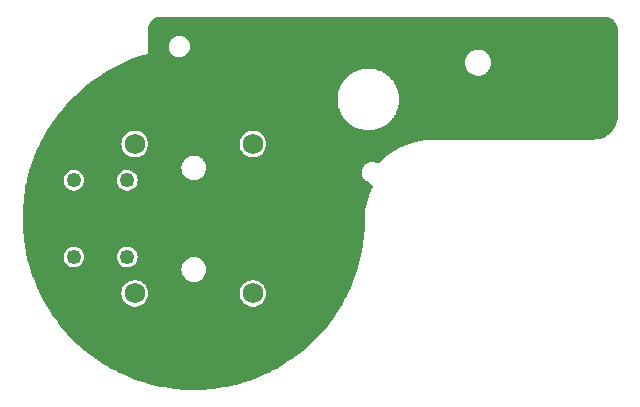
<source format=gbr>
%TF.GenerationSoftware,KiCad,Pcbnew,7.0.6*%
%TF.CreationDate,2023-11-08T16:20:13-08:00*%
%TF.ProjectId,UGC_SubStick,5547435f-5375-4625-9374-69636b2e6b69,rev?*%
%TF.SameCoordinates,Original*%
%TF.FileFunction,Copper,L1,Top*%
%TF.FilePolarity,Positive*%
%FSLAX46Y46*%
G04 Gerber Fmt 4.6, Leading zero omitted, Abs format (unit mm)*
G04 Created by KiCad (PCBNEW 7.0.6) date 2023-11-08 16:20:13*
%MOMM*%
%LPD*%
G01*
G04 APERTURE LIST*
%TA.AperFunction,ComponentPad*%
%ADD10C,1.750000*%
%TD*%
%TA.AperFunction,ComponentPad*%
%ADD11C,1.250000*%
%TD*%
G04 APERTURE END LIST*
D10*
%TO.P,SW1,*%
%TO.N,*%
X242220512Y-143488671D03*
X242220512Y-156138671D03*
X252220512Y-143488671D03*
X252220512Y-156138671D03*
D11*
%TO.P,SW1,S1,1*%
%TO.N,unconnected-(SW1-1-PadS1)*%
X241570512Y-146563671D03*
%TO.P,SW1,S2,2*%
%TO.N,unconnected-(SW1-2-PadS2)*%
X241570512Y-153063671D03*
%TO.P,SW1,S3,3*%
%TO.N,unconnected-(SW1-3-PadS3)*%
X237070512Y-146563671D03*
%TO.P,SW1,S4,4*%
%TO.N,unconnected-(SW1-4-PadS4)*%
X237070512Y-153063671D03*
%TD*%
%TA.AperFunction,NonConductor*%
G36*
X282045703Y-132707838D02*
G01*
X282051559Y-132708118D01*
X282094368Y-132712203D01*
X282232811Y-132726932D01*
X282252591Y-132730682D01*
X282323271Y-132750148D01*
X282428480Y-132782843D01*
X282436623Y-132786020D01*
X282512351Y-132821889D01*
X282515280Y-132823375D01*
X282605731Y-132872391D01*
X282611997Y-132876286D01*
X282682231Y-132926000D01*
X282685935Y-132928839D01*
X282763626Y-132993211D01*
X282768071Y-132997276D01*
X282829074Y-133058790D01*
X282833096Y-133063263D01*
X282892094Y-133135690D01*
X282896807Y-133141475D01*
X282899641Y-133145236D01*
X282948746Y-133215853D01*
X282952602Y-133222171D01*
X283000836Y-133312979D01*
X283002333Y-133315992D01*
X283037556Y-133391988D01*
X283040666Y-133400165D01*
X283072487Y-133505655D01*
X283091359Y-133576482D01*
X283094946Y-133596300D01*
X283108318Y-133732589D01*
X283112296Y-133778302D01*
X283112530Y-133783680D01*
X283112530Y-141111540D01*
X283112397Y-141115595D01*
X283109415Y-141161097D01*
X283107053Y-141197151D01*
X283099036Y-141309280D01*
X283094049Y-141379008D01*
X283093015Y-141386687D01*
X283069886Y-141502979D01*
X283038511Y-141647217D01*
X283036636Y-141653971D01*
X282996233Y-141773005D01*
X282946891Y-141905303D01*
X282944405Y-141911061D01*
X282887469Y-142026524D01*
X282820878Y-142148482D01*
X282818012Y-142153215D01*
X282746532Y-142260200D01*
X282744614Y-142262910D01*
X282662801Y-142372207D01*
X282659781Y-142375933D01*
X282574601Y-142473068D01*
X282571827Y-142476029D01*
X282475530Y-142572335D01*
X282472567Y-142575110D01*
X282375438Y-142660295D01*
X282371713Y-142663315D01*
X282262427Y-142745133D01*
X282259716Y-142747051D01*
X282152724Y-142818547D01*
X282147990Y-142821413D01*
X282026042Y-142888009D01*
X281910592Y-142944947D01*
X281904835Y-142947433D01*
X281772515Y-142996794D01*
X281653506Y-143037198D01*
X281646751Y-143039074D01*
X281502525Y-143070456D01*
X281386246Y-143093591D01*
X281378555Y-143094627D01*
X281190302Y-143108065D01*
X281115945Y-143112943D01*
X281111888Y-143113076D01*
X267672094Y-143113611D01*
X267672029Y-143113591D01*
X267376811Y-143113569D01*
X267376657Y-143113569D01*
X267376656Y-143113569D01*
X267376650Y-143113569D01*
X267062232Y-143136516D01*
X266999770Y-143139021D01*
X266990565Y-143141747D01*
X266889874Y-143149096D01*
X266889873Y-143149096D01*
X266889868Y-143149096D01*
X266889864Y-143149097D01*
X266727633Y-143172897D01*
X266502671Y-143205900D01*
X266483624Y-143208200D01*
X266481499Y-143209006D01*
X266437169Y-143215510D01*
X266406937Y-143219945D01*
X266406936Y-143219945D01*
X265978491Y-143315070D01*
X265930460Y-143325734D01*
X265930458Y-143325734D01*
X265930456Y-143325735D01*
X265693404Y-143396807D01*
X265462933Y-143465906D01*
X265462930Y-143465907D01*
X265462929Y-143465907D01*
X265006841Y-143639717D01*
X265006842Y-143639717D01*
X264564605Y-143846247D01*
X264564606Y-143846246D01*
X264138563Y-144084401D01*
X263730964Y-144352923D01*
X263730964Y-144352924D01*
X263671224Y-144398844D01*
X263669561Y-144399488D01*
X263654252Y-144411889D01*
X263489617Y-144538440D01*
X263343997Y-144650374D01*
X263268611Y-144717588D01*
X263261824Y-144720803D01*
X263214974Y-144765410D01*
X262979684Y-144975194D01*
X262882300Y-145075682D01*
X262821509Y-145110125D01*
X262751748Y-145106234D01*
X262744159Y-145103254D01*
X262676776Y-145074201D01*
X262670632Y-145069102D01*
X262655871Y-145064716D01*
X262648979Y-145062216D01*
X262578838Y-145031974D01*
X262578834Y-145031973D01*
X262504711Y-145016169D01*
X262496569Y-145011767D01*
X262480784Y-145010522D01*
X262472724Y-145009349D01*
X262408480Y-144995652D01*
X262325382Y-144994568D01*
X262315216Y-144991438D01*
X262303471Y-144992991D01*
X262285606Y-144994049D01*
X262234314Y-144993380D01*
X262234310Y-144993381D01*
X262145721Y-145009865D01*
X262133823Y-145008651D01*
X262122819Y-145012564D01*
X262103969Y-145017634D01*
X262063061Y-145025246D01*
X261973041Y-145061305D01*
X261959899Y-145062562D01*
X261950300Y-145068471D01*
X261931412Y-145077979D01*
X261901365Y-145090014D01*
X261897389Y-145092082D01*
X261889549Y-145095495D01*
X261883943Y-145097487D01*
X261864917Y-145113791D01*
X261814462Y-145146704D01*
X261800727Y-145150838D01*
X261793007Y-145158204D01*
X261775164Y-145172338D01*
X261755483Y-145185177D01*
X261750708Y-145189011D01*
X261750548Y-145188812D01*
X261734831Y-145201094D01*
X261734352Y-145201388D01*
X261719590Y-145220330D01*
X261676522Y-145262514D01*
X261662934Y-145269751D01*
X261657354Y-145277930D01*
X261641699Y-145296622D01*
X261631034Y-145307068D01*
X261631029Y-145307074D01*
X261627321Y-145312509D01*
X261610494Y-145332331D01*
X261609124Y-145333637D01*
X261598940Y-145354105D01*
X261564957Y-145403911D01*
X261552307Y-145414275D01*
X261548893Y-145422615D01*
X261536572Y-145445512D01*
X261532864Y-145450946D01*
X261532862Y-145450951D01*
X261527023Y-145464693D01*
X261515329Y-145486087D01*
X261513542Y-145488705D01*
X261507964Y-145509554D01*
X261484391Y-145565040D01*
X261473458Y-145578357D01*
X261472035Y-145586252D01*
X261466331Y-145605361D01*
X261466576Y-145605438D01*
X261464749Y-145611275D01*
X261459971Y-145634287D01*
X261453316Y-145656057D01*
X261451665Y-145660088D01*
X261450434Y-145680221D01*
X261438187Y-145739206D01*
X261429696Y-145755111D01*
X261430131Y-145768824D01*
X261429814Y-145777362D01*
X261429339Y-145781812D01*
X261429090Y-145814189D01*
X261427125Y-145835241D01*
X261426160Y-145840587D01*
X261428744Y-145859026D01*
X261428293Y-145917625D01*
X261427997Y-145955999D01*
X261427998Y-145956004D01*
X261435827Y-145996868D01*
X261437980Y-146016267D01*
X261438181Y-146022618D01*
X261443819Y-146038579D01*
X261460774Y-146127067D01*
X261460777Y-146127076D01*
X261480104Y-146174590D01*
X261485634Y-146191615D01*
X261487327Y-146198481D01*
X261495093Y-146211441D01*
X261526406Y-146288421D01*
X261526408Y-146288425D01*
X261562591Y-146343251D01*
X261566622Y-146350329D01*
X261571712Y-146360812D01*
X261580607Y-146370550D01*
X261622351Y-146433803D01*
X261676100Y-146488096D01*
X261680941Y-146493601D01*
X261688180Y-146502886D01*
X261697412Y-146509622D01*
X261736366Y-146548971D01*
X261744901Y-146557592D01*
X261744902Y-146557593D01*
X261791519Y-146589060D01*
X261791681Y-146589239D01*
X261814645Y-146604677D01*
X261814688Y-146604709D01*
X261817001Y-146606260D01*
X261817003Y-146606262D01*
X261817085Y-146606317D01*
X261817085Y-146606318D01*
X261817500Y-146606597D01*
X261818213Y-146607078D01*
X261823489Y-146611045D01*
X261835342Y-146620997D01*
X261846295Y-146626019D01*
X262025216Y-146746703D01*
X262332448Y-146953934D01*
X262377019Y-147007742D01*
X262385424Y-147077104D01*
X262372282Y-147115531D01*
X262326986Y-147199638D01*
X262326981Y-147199648D01*
X262317840Y-147219930D01*
X262200007Y-147481370D01*
X262179211Y-147524112D01*
X262177867Y-147530494D01*
X262155850Y-147579345D01*
X262155849Y-147579349D01*
X262155848Y-147579349D01*
X262011911Y-147970158D01*
X261895878Y-148370152D01*
X261850949Y-148579118D01*
X261808333Y-148777326D01*
X261749708Y-149189660D01*
X261749708Y-149189665D01*
X261745922Y-149243124D01*
X261744143Y-149247903D01*
X261742122Y-149296800D01*
X261720295Y-149605101D01*
X261720295Y-149605102D01*
X261720273Y-149812846D01*
X261720055Y-149813587D01*
X261720232Y-149814942D01*
X261719442Y-149845522D01*
X261719227Y-149850719D01*
X261719299Y-149851096D01*
X261701011Y-150560017D01*
X261700846Y-150563214D01*
X261643201Y-151306317D01*
X261642871Y-151309501D01*
X261560808Y-151941869D01*
X261546355Y-152051928D01*
X261545874Y-152054997D01*
X261444086Y-152612224D01*
X261410767Y-152792457D01*
X261410134Y-152795461D01*
X261289001Y-153307486D01*
X261236919Y-153524968D01*
X261236142Y-153527898D01*
X261095961Y-154008267D01*
X261025300Y-154247429D01*
X261024383Y-154250279D01*
X260865394Y-154706156D01*
X260776461Y-154957954D01*
X260775411Y-154960718D01*
X260597967Y-155395863D01*
X260491090Y-155654581D01*
X260489912Y-155657251D01*
X260294412Y-156073792D01*
X260169949Y-156335451D01*
X260168651Y-156338022D01*
X259955580Y-156737057D01*
X259813903Y-156998736D01*
X259812492Y-157001204D01*
X259582350Y-157383334D01*
X259423923Y-157642629D01*
X259422407Y-157644989D01*
X259175723Y-158010478D01*
X259000266Y-158266559D01*
X258736780Y-158616529D01*
X258545601Y-158866488D01*
X258266767Y-159199574D01*
X258060403Y-159442022D01*
X257766864Y-159758000D01*
X257546025Y-159991562D01*
X257238473Y-160290124D01*
X257003798Y-160513686D01*
X256683044Y-160794407D01*
X256435222Y-161006950D01*
X256102031Y-161269466D01*
X255841814Y-161470040D01*
X255497036Y-161713938D01*
X255225174Y-161901708D01*
X254869631Y-162126625D01*
X254586995Y-162300771D01*
X254221519Y-162506365D01*
X253928961Y-162666178D01*
X253554517Y-162852065D01*
X253252853Y-162996943D01*
X252870400Y-163162788D01*
X252560493Y-163292172D01*
X252170967Y-163437694D01*
X251853765Y-163551065D01*
X251458171Y-163676000D01*
X251134539Y-163772936D01*
X250733867Y-163877071D01*
X250404811Y-163957173D01*
X250000008Y-164040345D01*
X249666501Y-164103292D01*
X249258656Y-164165356D01*
X248921603Y-164210900D01*
X248511719Y-164251772D01*
X248172156Y-164279704D01*
X247761255Y-164299342D01*
X247420145Y-164309524D01*
X247009295Y-164307932D01*
X246667605Y-164300277D01*
X246257844Y-164277511D01*
X245916591Y-164251995D01*
X245914517Y-164251772D01*
X245768984Y-164236121D01*
X245508948Y-164208156D01*
X245169087Y-164164804D01*
X244764584Y-164100040D01*
X244427163Y-164038950D01*
X244026826Y-163953459D01*
X243692734Y-163874759D01*
X243297640Y-163768801D01*
X242967847Y-163672687D01*
X242578967Y-163546551D01*
X242254446Y-163433281D01*
X241872769Y-163287313D01*
X241554427Y-163157180D01*
X241180949Y-162991778D01*
X240869691Y-162845133D01*
X240505390Y-162660751D01*
X240202072Y-162497978D01*
X239847859Y-162295090D01*
X239553422Y-162116684D01*
X239210161Y-161895795D01*
X238925423Y-161702246D01*
X238594047Y-161463956D01*
X238484462Y-161380781D01*
X238319785Y-161255790D01*
X238001138Y-161000710D01*
X237738132Y-160778518D01*
X237433060Y-160507321D01*
X237182047Y-160271732D01*
X237051598Y-160143119D01*
X236891325Y-159985100D01*
X236653012Y-159736785D01*
X236478339Y-159545815D01*
X236377424Y-159435485D01*
X236152459Y-159175130D01*
X235892705Y-158859910D01*
X235703670Y-158616529D01*
X235681743Y-158588297D01*
X235438502Y-158259955D01*
X235413922Y-158224647D01*
X235242124Y-157977864D01*
X235016013Y-157637197D01*
X234834762Y-157345444D01*
X234626443Y-156993411D01*
X234460772Y-156692775D01*
X234270776Y-156330228D01*
X234177906Y-156138671D01*
X241090190Y-156138671D01*
X241109435Y-156346362D01*
X241166519Y-156546993D01*
X241239110Y-156692775D01*
X241259493Y-156733709D01*
X241385194Y-156900164D01*
X241539341Y-157040687D01*
X241716684Y-157150494D01*
X241911185Y-157225844D01*
X242116219Y-157264171D01*
X242116222Y-157264171D01*
X242324802Y-157264171D01*
X242324805Y-157264171D01*
X242529839Y-157225844D01*
X242724340Y-157150494D01*
X242901683Y-157040687D01*
X243055830Y-156900164D01*
X243181531Y-156733709D01*
X243274506Y-156546990D01*
X243331588Y-156346367D01*
X243350834Y-156138671D01*
X251090190Y-156138671D01*
X251109435Y-156346362D01*
X251166519Y-156546993D01*
X251239110Y-156692775D01*
X251259493Y-156733709D01*
X251385194Y-156900164D01*
X251539341Y-157040687D01*
X251716684Y-157150494D01*
X251911185Y-157225844D01*
X252116219Y-157264171D01*
X252116222Y-157264171D01*
X252324802Y-157264171D01*
X252324805Y-157264171D01*
X252529839Y-157225844D01*
X252724340Y-157150494D01*
X252901683Y-157040687D01*
X253055830Y-156900164D01*
X253181531Y-156733709D01*
X253274506Y-156546990D01*
X253331588Y-156346367D01*
X253350834Y-156138671D01*
X253331588Y-155930975D01*
X253274506Y-155730352D01*
X253181531Y-155543633D01*
X253055830Y-155377178D01*
X253008235Y-155333790D01*
X252901684Y-155236656D01*
X252901683Y-155236655D01*
X252724340Y-155126848D01*
X252724339Y-155126847D01*
X252582121Y-155071752D01*
X252529839Y-155051498D01*
X252324805Y-155013171D01*
X252116219Y-155013171D01*
X251911185Y-155051498D01*
X251911182Y-155051498D01*
X251911182Y-155051499D01*
X251716684Y-155126847D01*
X251716683Y-155126848D01*
X251539339Y-155236656D01*
X251385195Y-155377176D01*
X251259493Y-155543632D01*
X251166519Y-155730348D01*
X251109435Y-155930979D01*
X251090190Y-156138670D01*
X251090190Y-156138671D01*
X243350834Y-156138671D01*
X243331588Y-155930975D01*
X243274506Y-155730352D01*
X243181531Y-155543633D01*
X243055830Y-155377178D01*
X243008235Y-155333790D01*
X242901684Y-155236656D01*
X242901683Y-155236655D01*
X242724340Y-155126848D01*
X242724339Y-155126847D01*
X242582121Y-155071752D01*
X242529839Y-155051498D01*
X242324805Y-155013171D01*
X242116219Y-155013171D01*
X241911185Y-155051498D01*
X241911182Y-155051498D01*
X241911182Y-155051499D01*
X241716684Y-155126847D01*
X241716683Y-155126848D01*
X241539339Y-155236656D01*
X241385195Y-155377176D01*
X241259493Y-155543632D01*
X241166519Y-155730348D01*
X241109435Y-155930979D01*
X241090190Y-156138670D01*
X241090190Y-156138671D01*
X234177906Y-156138671D01*
X234121160Y-156021624D01*
X234100528Y-155976765D01*
X233949989Y-155649457D01*
X233816829Y-155333790D01*
X233664962Y-154952954D01*
X233548605Y-154631153D01*
X233416462Y-154242601D01*
X233377324Y-154113670D01*
X246164929Y-154113670D01*
X246185211Y-154319603D01*
X246185212Y-154319605D01*
X246245280Y-154517625D01*
X246342827Y-154700121D01*
X246342829Y-154700123D01*
X246474101Y-154860081D01*
X246570721Y-154939373D01*
X246634062Y-154991356D01*
X246816558Y-155088903D01*
X247014578Y-155148971D01*
X247014577Y-155148971D01*
X247053159Y-155152771D01*
X247168904Y-155164171D01*
X247168907Y-155164171D01*
X247272117Y-155164171D01*
X247272120Y-155164171D01*
X247426446Y-155148971D01*
X247624466Y-155088903D01*
X247806962Y-154991356D01*
X247966922Y-154860081D01*
X248098197Y-154700121D01*
X248195744Y-154517625D01*
X248255812Y-154319605D01*
X248276095Y-154113671D01*
X248255812Y-153907737D01*
X248195744Y-153709717D01*
X248098197Y-153527221D01*
X248046214Y-153463880D01*
X247966922Y-153367260D01*
X247849189Y-153270640D01*
X247806962Y-153235986D01*
X247624466Y-153138439D01*
X247426446Y-153078371D01*
X247426444Y-153078370D01*
X247426446Y-153078370D01*
X247307317Y-153066637D01*
X247272120Y-153063171D01*
X247168904Y-153063171D01*
X247130810Y-153066922D01*
X247014579Y-153078370D01*
X246816555Y-153138440D01*
X246722007Y-153188978D01*
X246634062Y-153235986D01*
X246634060Y-153235987D01*
X246634059Y-153235988D01*
X246474101Y-153367260D01*
X246342829Y-153527218D01*
X246342827Y-153527221D01*
X246314023Y-153581109D01*
X246245281Y-153709714D01*
X246185211Y-153907738D01*
X246164929Y-154113670D01*
X233377324Y-154113670D01*
X233324353Y-153939171D01*
X233317196Y-153915595D01*
X233205143Y-153520255D01*
X233123223Y-153189061D01*
X233094582Y-153063671D01*
X236190190Y-153063671D01*
X236209427Y-153246700D01*
X236209428Y-153246703D01*
X236266295Y-153421724D01*
X236266298Y-153421730D01*
X236358317Y-153581111D01*
X236467838Y-153702748D01*
X236481461Y-153717877D01*
X236481463Y-153717879D01*
X236630346Y-153826049D01*
X236630347Y-153826049D01*
X236630351Y-153826052D01*
X236745328Y-153877243D01*
X236798473Y-153900905D01*
X236798478Y-153900907D01*
X236978493Y-153939171D01*
X237162531Y-153939171D01*
X237342546Y-153900907D01*
X237510673Y-153826052D01*
X237659562Y-153717878D01*
X237782707Y-153581111D01*
X237874726Y-153421730D01*
X237931597Y-153246700D01*
X237950834Y-153063671D01*
X240690190Y-153063671D01*
X240709427Y-153246700D01*
X240709428Y-153246703D01*
X240766295Y-153421724D01*
X240766298Y-153421730D01*
X240858317Y-153581111D01*
X240967838Y-153702748D01*
X240981461Y-153717877D01*
X240981463Y-153717879D01*
X241130346Y-153826049D01*
X241130347Y-153826049D01*
X241130351Y-153826052D01*
X241245328Y-153877243D01*
X241298473Y-153900905D01*
X241298478Y-153900907D01*
X241478493Y-153939171D01*
X241662531Y-153939171D01*
X241842546Y-153900907D01*
X242010673Y-153826052D01*
X242159562Y-153717878D01*
X242282707Y-153581111D01*
X242374726Y-153421730D01*
X242431597Y-153246700D01*
X242450834Y-153063671D01*
X242431597Y-152880642D01*
X242374726Y-152705612D01*
X242282707Y-152546231D01*
X242159562Y-152409464D01*
X242159560Y-152409462D01*
X242010677Y-152301292D01*
X242010674Y-152301290D01*
X242010673Y-152301290D01*
X241949624Y-152274109D01*
X241842550Y-152226436D01*
X241842545Y-152226434D01*
X241662531Y-152188171D01*
X241478493Y-152188171D01*
X241298478Y-152226434D01*
X241298473Y-152226436D01*
X241130351Y-152301290D01*
X241130346Y-152301292D01*
X240981463Y-152409462D01*
X240981461Y-152409464D01*
X240858316Y-152546232D01*
X240766298Y-152705611D01*
X240766295Y-152705617D01*
X240709428Y-152880638D01*
X240709427Y-152880642D01*
X240693143Y-153035573D01*
X240690243Y-153063171D01*
X240690190Y-153063671D01*
X237950834Y-153063671D01*
X237931597Y-152880642D01*
X237874726Y-152705612D01*
X237782707Y-152546231D01*
X237659562Y-152409464D01*
X237659560Y-152409462D01*
X237510677Y-152301292D01*
X237510674Y-152301290D01*
X237510673Y-152301290D01*
X237449624Y-152274109D01*
X237342550Y-152226436D01*
X237342545Y-152226434D01*
X237162531Y-152188171D01*
X236978493Y-152188171D01*
X236798478Y-152226434D01*
X236798473Y-152226436D01*
X236630351Y-152301290D01*
X236630346Y-152301292D01*
X236481463Y-152409462D01*
X236481461Y-152409464D01*
X236358316Y-152546232D01*
X236266298Y-152705611D01*
X236266295Y-152705617D01*
X236209428Y-152880638D01*
X236209427Y-152880642D01*
X236193143Y-153035573D01*
X236190243Y-153063171D01*
X236190190Y-153063671D01*
X233094582Y-153063671D01*
X233031604Y-152787952D01*
X232967182Y-152453413D01*
X232940610Y-152301292D01*
X232896297Y-152047613D01*
X232881611Y-151941869D01*
X232849514Y-151710778D01*
X232799588Y-151301217D01*
X232770517Y-150963101D01*
X232741746Y-150550837D01*
X232730392Y-150212356D01*
X232727921Y-150075435D01*
X232722922Y-149798427D01*
X232729239Y-149460704D01*
X232743170Y-149046057D01*
X232767051Y-148709989D01*
X232796081Y-148370151D01*
X232802437Y-148295730D01*
X232843693Y-147962489D01*
X232900567Y-147549478D01*
X232958974Y-147219930D01*
X232959365Y-147217879D01*
X233037289Y-146809335D01*
X233051799Y-146746703D01*
X233094200Y-146563671D01*
X236190190Y-146563671D01*
X236209427Y-146746700D01*
X236209428Y-146746703D01*
X236266295Y-146921724D01*
X236266298Y-146921730D01*
X236358317Y-147081111D01*
X236371682Y-147095954D01*
X236481461Y-147217877D01*
X236481463Y-147217879D01*
X236630346Y-147326049D01*
X236630347Y-147326049D01*
X236630351Y-147326052D01*
X236767465Y-147387099D01*
X236798473Y-147400905D01*
X236798478Y-147400907D01*
X236978493Y-147439171D01*
X237162531Y-147439171D01*
X237342546Y-147400907D01*
X237510673Y-147326052D01*
X237659562Y-147217878D01*
X237782707Y-147081111D01*
X237874726Y-146921730D01*
X237931597Y-146746700D01*
X237950834Y-146563671D01*
X240690190Y-146563671D01*
X240709427Y-146746700D01*
X240709428Y-146746703D01*
X240766295Y-146921724D01*
X240766298Y-146921730D01*
X240858317Y-147081111D01*
X240871682Y-147095954D01*
X240981461Y-147217877D01*
X240981463Y-147217879D01*
X241130346Y-147326049D01*
X241130347Y-147326049D01*
X241130351Y-147326052D01*
X241267465Y-147387099D01*
X241298473Y-147400905D01*
X241298478Y-147400907D01*
X241478493Y-147439171D01*
X241662531Y-147439171D01*
X241842546Y-147400907D01*
X242010673Y-147326052D01*
X242159562Y-147217878D01*
X242282707Y-147081111D01*
X242374726Y-146921730D01*
X242431597Y-146746700D01*
X242450834Y-146563671D01*
X242431597Y-146380642D01*
X242374726Y-146205612D01*
X242282707Y-146046231D01*
X242159562Y-145909464D01*
X242159560Y-145909462D01*
X242010677Y-145801292D01*
X242010674Y-145801290D01*
X242010673Y-145801290D01*
X241937753Y-145768824D01*
X241842550Y-145726436D01*
X241842545Y-145726434D01*
X241662531Y-145688171D01*
X241478493Y-145688171D01*
X241298478Y-145726434D01*
X241298473Y-145726436D01*
X241130351Y-145801290D01*
X241130346Y-145801292D01*
X240981463Y-145909462D01*
X240981461Y-145909464D01*
X240858316Y-146046232D01*
X240766298Y-146205611D01*
X240766295Y-146205617D01*
X240712706Y-146370550D01*
X240709427Y-146380642D01*
X240690190Y-146563671D01*
X237950834Y-146563671D01*
X237931597Y-146380642D01*
X237874726Y-146205612D01*
X237782707Y-146046231D01*
X237659562Y-145909464D01*
X237659560Y-145909462D01*
X237510677Y-145801292D01*
X237510674Y-145801290D01*
X237510673Y-145801290D01*
X237437753Y-145768824D01*
X237342550Y-145726436D01*
X237342545Y-145726434D01*
X237162531Y-145688171D01*
X236978493Y-145688171D01*
X236798478Y-145726434D01*
X236798473Y-145726436D01*
X236630351Y-145801290D01*
X236630346Y-145801292D01*
X236481463Y-145909462D01*
X236481461Y-145909464D01*
X236358316Y-146046232D01*
X236266298Y-146205611D01*
X236266295Y-146205617D01*
X236212706Y-146370550D01*
X236209427Y-146380642D01*
X236190190Y-146563671D01*
X233094200Y-146563671D01*
X233112530Y-146484548D01*
X233212249Y-146077240D01*
X233303933Y-145758263D01*
X233377384Y-145513670D01*
X246164929Y-145513670D01*
X246185211Y-145719603D01*
X246187284Y-145726436D01*
X246245280Y-145917625D01*
X246342827Y-146100121D01*
X246342829Y-146100123D01*
X246474101Y-146260081D01*
X246508639Y-146288425D01*
X246634062Y-146391356D01*
X246816558Y-146488903D01*
X247014578Y-146548971D01*
X247014577Y-146548971D01*
X247053159Y-146552771D01*
X247168904Y-146564171D01*
X247168907Y-146564171D01*
X247272117Y-146564171D01*
X247272120Y-146564171D01*
X247426446Y-146548971D01*
X247624466Y-146488903D01*
X247806962Y-146391356D01*
X247966922Y-146260081D01*
X248098197Y-146100121D01*
X248195744Y-145917625D01*
X248255812Y-145719605D01*
X248276095Y-145513671D01*
X248255812Y-145307737D01*
X248195744Y-145109717D01*
X248098197Y-144927221D01*
X248004912Y-144813552D01*
X247966922Y-144767260D01*
X247806964Y-144635988D01*
X247806965Y-144635988D01*
X247806962Y-144635986D01*
X247624466Y-144538439D01*
X247426446Y-144478371D01*
X247426444Y-144478370D01*
X247426446Y-144478370D01*
X247307317Y-144466637D01*
X247272120Y-144463171D01*
X247168904Y-144463171D01*
X247130810Y-144466922D01*
X247014579Y-144478370D01*
X246816555Y-144538440D01*
X246706409Y-144597314D01*
X246634062Y-144635986D01*
X246634060Y-144635987D01*
X246634059Y-144635988D01*
X246474101Y-144767260D01*
X246342829Y-144927218D01*
X246245281Y-145109714D01*
X246185211Y-145307738D01*
X246164929Y-145513670D01*
X233377384Y-145513670D01*
X233424962Y-145355236D01*
X233532683Y-145042912D01*
X233536594Y-145031975D01*
X233674863Y-144645230D01*
X233687426Y-144614171D01*
X233798053Y-144340665D01*
X233961287Y-143949122D01*
X234099312Y-143653332D01*
X234178167Y-143488671D01*
X241090190Y-143488671D01*
X241109435Y-143696362D01*
X241109435Y-143696364D01*
X241109436Y-143696367D01*
X241152081Y-143846248D01*
X241166519Y-143896993D01*
X241200992Y-143966224D01*
X241259493Y-144083709D01*
X241385194Y-144250164D01*
X241539341Y-144390687D01*
X241716684Y-144500494D01*
X241911185Y-144575844D01*
X242116219Y-144614171D01*
X242116222Y-144614171D01*
X242324802Y-144614171D01*
X242324805Y-144614171D01*
X242529839Y-144575844D01*
X242724340Y-144500494D01*
X242901683Y-144390687D01*
X243055830Y-144250164D01*
X243181531Y-144083709D01*
X243274506Y-143896990D01*
X243331588Y-143696367D01*
X243350834Y-143488671D01*
X251090190Y-143488671D01*
X251109435Y-143696362D01*
X251109435Y-143696364D01*
X251109436Y-143696367D01*
X251152081Y-143846248D01*
X251166519Y-143896993D01*
X251200992Y-143966224D01*
X251259493Y-144083709D01*
X251385194Y-144250164D01*
X251539341Y-144390687D01*
X251716684Y-144500494D01*
X251911185Y-144575844D01*
X252116219Y-144614171D01*
X252116222Y-144614171D01*
X252324802Y-144614171D01*
X252324805Y-144614171D01*
X252529839Y-144575844D01*
X252724340Y-144500494D01*
X252901683Y-144390687D01*
X253055830Y-144250164D01*
X253181531Y-144083709D01*
X253274506Y-143896990D01*
X253331588Y-143696367D01*
X253350834Y-143488671D01*
X253348724Y-143465906D01*
X253342321Y-143396807D01*
X253331588Y-143280975D01*
X253274506Y-143080352D01*
X253181531Y-142893633D01*
X253055830Y-142727178D01*
X252901683Y-142586655D01*
X252724340Y-142476848D01*
X252724339Y-142476847D01*
X252582121Y-142421752D01*
X252529839Y-142401498D01*
X252324805Y-142363171D01*
X252116219Y-142363171D01*
X251911185Y-142401498D01*
X251911182Y-142401498D01*
X251911182Y-142401499D01*
X251716684Y-142476847D01*
X251716683Y-142476848D01*
X251539339Y-142586656D01*
X251385195Y-142727176D01*
X251259493Y-142893632D01*
X251166519Y-143080348D01*
X251157061Y-143113591D01*
X251126801Y-143219945D01*
X251109435Y-143280979D01*
X251090190Y-143488670D01*
X251090190Y-143488671D01*
X243350834Y-143488671D01*
X243348724Y-143465906D01*
X243342321Y-143396807D01*
X243331588Y-143280975D01*
X243274506Y-143080352D01*
X243181531Y-142893633D01*
X243055830Y-142727178D01*
X242901683Y-142586655D01*
X242724340Y-142476848D01*
X242724339Y-142476847D01*
X242582121Y-142421752D01*
X242529839Y-142401498D01*
X242324805Y-142363171D01*
X242116219Y-142363171D01*
X241911185Y-142401498D01*
X241911182Y-142401498D01*
X241911182Y-142401499D01*
X241716684Y-142476847D01*
X241716683Y-142476848D01*
X241539339Y-142586656D01*
X241385195Y-142727176D01*
X241259493Y-142893632D01*
X241166519Y-143080348D01*
X241157061Y-143113591D01*
X241126801Y-143219945D01*
X241109435Y-143280979D01*
X241090190Y-143488670D01*
X241090190Y-143488671D01*
X234178167Y-143488671D01*
X234283448Y-143268828D01*
X234435613Y-142982745D01*
X234640489Y-142606155D01*
X234806013Y-142330688D01*
X235031434Y-141962916D01*
X235209369Y-141699057D01*
X235455262Y-141340795D01*
X235644504Y-141089544D01*
X235910799Y-140741521D01*
X236110173Y-140503748D01*
X236395947Y-140167729D01*
X236397738Y-140165718D01*
X236604806Y-139943452D01*
X236826661Y-139708340D01*
X259384678Y-139708340D01*
X259403672Y-140022363D01*
X259403672Y-140022368D01*
X259403673Y-140022369D01*
X259460382Y-140331818D01*
X259460383Y-140331822D01*
X259460384Y-140331826D01*
X259553970Y-140632156D01*
X259553974Y-140632167D01*
X259553975Y-140632170D01*
X259553977Y-140632175D01*
X259683094Y-140919061D01*
X259845848Y-141188288D01*
X259845855Y-141188300D01*
X260039873Y-141435945D01*
X260262325Y-141658397D01*
X260509970Y-141852415D01*
X260509975Y-141852418D01*
X260509979Y-141852421D01*
X260779210Y-142015177D01*
X261066096Y-142144294D01*
X261066103Y-142144296D01*
X261066107Y-142144298D01*
X261084761Y-142150110D01*
X261120038Y-142161103D01*
X261125748Y-142163195D01*
X261159350Y-142177419D01*
X261179810Y-142179728D01*
X261366453Y-142237889D01*
X261366458Y-142237890D01*
X261366456Y-142237890D01*
X261390999Y-142242387D01*
X261425882Y-142248779D01*
X261431661Y-142250128D01*
X261433176Y-142250559D01*
X261433181Y-142250559D01*
X261435052Y-142251092D01*
X261435144Y-142251116D01*
X261466360Y-142259996D01*
X261486109Y-142259817D01*
X261675902Y-142294598D01*
X261740144Y-142298483D01*
X261745907Y-142299104D01*
X261781033Y-142304557D01*
X261799815Y-142302093D01*
X261989931Y-142313593D01*
X262058166Y-142309465D01*
X262063796Y-142309383D01*
X262098761Y-142310461D01*
X262116295Y-142305949D01*
X262303960Y-142294598D01*
X262375162Y-142281549D01*
X262380583Y-142280802D01*
X262389128Y-142280011D01*
X262389136Y-142280009D01*
X262414805Y-142277631D01*
X262430867Y-142271341D01*
X262579714Y-142244063D01*
X262613405Y-142237890D01*
X262613407Y-142237889D01*
X262613409Y-142237889D01*
X262686397Y-142215145D01*
X262691549Y-142213780D01*
X262702131Y-142211463D01*
X262702137Y-142211460D01*
X262724423Y-142206580D01*
X262738840Y-142198803D01*
X262913766Y-142144294D01*
X262987288Y-142111204D01*
X262992054Y-142109297D01*
X263004337Y-142104969D01*
X263004341Y-142104966D01*
X263005774Y-142104462D01*
X263005799Y-142104453D01*
X263021152Y-142099042D01*
X263031360Y-142091513D01*
X263034380Y-142090010D01*
X263200652Y-142015177D01*
X263273205Y-141971316D01*
X263277593Y-141968904D01*
X263291166Y-141962146D01*
X263291167Y-141962144D01*
X263291756Y-141961852D01*
X263291793Y-141961832D01*
X263304878Y-141955316D01*
X263312808Y-141947804D01*
X263320170Y-141942925D01*
X263469883Y-141852421D01*
X263539967Y-141797513D01*
X263543880Y-141794691D01*
X263558270Y-141785156D01*
X263558278Y-141785148D01*
X263568925Y-141778094D01*
X263574750Y-141771036D01*
X263585291Y-141762004D01*
X263717533Y-141658400D01*
X263783523Y-141592409D01*
X263786987Y-141589203D01*
X263801599Y-141576685D01*
X263801601Y-141576681D01*
X263804493Y-141574205D01*
X263804504Y-141574194D01*
X263809361Y-141570032D01*
X263813306Y-141563842D01*
X263824923Y-141551098D01*
X263826811Y-141549121D01*
X263939991Y-141435942D01*
X264000238Y-141359041D01*
X264003195Y-141355544D01*
X264017465Y-141339891D01*
X264017467Y-141339887D01*
X264017726Y-141339604D01*
X264017739Y-141339589D01*
X264022607Y-141334249D01*
X264024972Y-141329285D01*
X264033224Y-141317627D01*
X264033227Y-141317626D01*
X264035583Y-141314296D01*
X264037430Y-141311685D01*
X264039180Y-141309335D01*
X264134012Y-141188292D01*
X264186865Y-141100861D01*
X264189281Y-141097173D01*
X264202596Y-141078364D01*
X264202599Y-141078357D01*
X264202973Y-141077830D01*
X264202999Y-141077791D01*
X264205488Y-141074274D01*
X264206632Y-141070846D01*
X264218821Y-141048148D01*
X264220315Y-141045528D01*
X264296768Y-140919061D01*
X264340563Y-140821750D01*
X264342448Y-140817924D01*
X264354185Y-140796069D01*
X264354189Y-140796058D01*
X264355290Y-140794007D01*
X264355626Y-140792349D01*
X264356398Y-140790356D01*
X264366356Y-140764651D01*
X264367591Y-140761697D01*
X264425885Y-140632175D01*
X264459014Y-140525857D01*
X264460371Y-140521970D01*
X264469934Y-140497286D01*
X264472442Y-140487312D01*
X264472444Y-140487309D01*
X264477958Y-140465383D01*
X264478873Y-140462128D01*
X264519480Y-140331818D01*
X264540412Y-140217593D01*
X264541253Y-140213718D01*
X264548089Y-140186543D01*
X264552012Y-140154860D01*
X264552546Y-140151382D01*
X264576189Y-140022369D01*
X264583492Y-139901621D01*
X264583849Y-139897752D01*
X264587464Y-139868557D01*
X264587465Y-139868550D01*
X264588117Y-139826176D01*
X264588219Y-139823471D01*
X264595184Y-139708340D01*
X264588220Y-139593211D01*
X264588117Y-139590500D01*
X264587465Y-139548130D01*
X264583849Y-139518926D01*
X264583492Y-139515048D01*
X264576189Y-139394317D01*
X264576189Y-139394316D01*
X264576189Y-139394311D01*
X264552550Y-139265320D01*
X264552006Y-139261769D01*
X264551880Y-139260753D01*
X264548089Y-139230137D01*
X264541249Y-139202942D01*
X264540414Y-139199098D01*
X264521449Y-139095604D01*
X264519481Y-139084866D01*
X264516836Y-139076377D01*
X264478877Y-138954564D01*
X264477957Y-138951293D01*
X264472445Y-138929375D01*
X264472443Y-138929368D01*
X264469935Y-138919397D01*
X264460386Y-138894748D01*
X264459006Y-138890795D01*
X264425889Y-138784516D01*
X264425883Y-138784501D01*
X264367614Y-138655033D01*
X264366347Y-138652006D01*
X264355624Y-138624327D01*
X264355521Y-138623098D01*
X264342458Y-138598771D01*
X264340553Y-138594906D01*
X264296768Y-138497619D01*
X264220343Y-138371196D01*
X264218793Y-138368480D01*
X264206634Y-138345836D01*
X264206092Y-138343256D01*
X264203659Y-138339819D01*
X264203634Y-138339782D01*
X264189301Y-138319534D01*
X264186846Y-138315786D01*
X264186278Y-138314847D01*
X264134012Y-138228388D01*
X264039215Y-138107388D01*
X264037415Y-138104971D01*
X264033218Y-138099041D01*
X264024976Y-138087399D01*
X264023672Y-138083598D01*
X264003204Y-138061145D01*
X264000228Y-138057625D01*
X263939991Y-137980738D01*
X263826862Y-137867609D01*
X263824895Y-137865550D01*
X263813308Y-137852839D01*
X263810953Y-137848008D01*
X263786996Y-137827483D01*
X263783504Y-137824251D01*
X263717533Y-137758280D01*
X263646062Y-137702286D01*
X263585304Y-137654685D01*
X263574751Y-137645644D01*
X263571089Y-137640016D01*
X263543904Y-137622003D01*
X263539926Y-137619134D01*
X263469883Y-137564259D01*
X263355318Y-137495002D01*
X263320195Y-137473769D01*
X263317838Y-137472208D01*
X263312804Y-137468872D01*
X263307634Y-137462733D01*
X263277611Y-137447784D01*
X263273169Y-137445341D01*
X263200657Y-137401506D01*
X263200656Y-137401505D01*
X263200652Y-137401503D01*
X263200641Y-137401498D01*
X263200633Y-137401494D01*
X263034354Y-137326657D01*
X263032870Y-137325919D01*
X263031253Y-137325112D01*
X263024452Y-137318797D01*
X262992058Y-137307383D01*
X262987240Y-137305454D01*
X262942231Y-137285197D01*
X262913770Y-137272387D01*
X262913752Y-137272381D01*
X262738839Y-137217875D01*
X262728508Y-137210992D01*
X262697777Y-137204262D01*
X262691570Y-137202903D01*
X262686387Y-137201531D01*
X262613404Y-137178789D01*
X262430866Y-137145338D01*
X262419192Y-137139454D01*
X262380610Y-137135879D01*
X262375153Y-137135128D01*
X262303955Y-137122081D01*
X262303959Y-137122081D01*
X262116292Y-137110730D01*
X262103380Y-137106074D01*
X262063791Y-137107295D01*
X262058136Y-137107212D01*
X261989932Y-137103087D01*
X261989931Y-137103087D01*
X261950191Y-137105490D01*
X261799807Y-137114587D01*
X261785808Y-137111380D01*
X261745910Y-137117573D01*
X261740142Y-137118194D01*
X261692098Y-137121102D01*
X261675902Y-137122082D01*
X261606670Y-137134769D01*
X261486096Y-137156865D01*
X261471201Y-137155305D01*
X261434394Y-137165776D01*
X261434342Y-137165788D01*
X261431634Y-137166558D01*
X261425870Y-137167901D01*
X261366457Y-137178790D01*
X261366454Y-137178790D01*
X261366453Y-137178791D01*
X261348527Y-137184377D01*
X261179754Y-137236968D01*
X261164153Y-137237224D01*
X261125749Y-137253481D01*
X261120025Y-137255579D01*
X261066097Y-137272385D01*
X260779214Y-137401501D01*
X260779212Y-137401502D01*
X260509970Y-137564264D01*
X260262325Y-137758282D01*
X260039873Y-137980734D01*
X259845855Y-138228379D01*
X259683093Y-138497621D01*
X259683092Y-138497623D01*
X259553974Y-138784512D01*
X259553970Y-138784523D01*
X259460384Y-139084853D01*
X259460382Y-139084859D01*
X259460382Y-139084862D01*
X259438743Y-139202942D01*
X259403672Y-139394316D01*
X259384678Y-139708340D01*
X236826661Y-139708340D01*
X236911080Y-139618876D01*
X236913028Y-139616905D01*
X237126942Y-139410082D01*
X237454031Y-139097470D01*
X237456076Y-139095604D01*
X237674620Y-138905349D01*
X238023307Y-138604948D01*
X238025481Y-138603163D01*
X238246009Y-138430567D01*
X238617389Y-138142627D01*
X238619685Y-138140933D01*
X238838315Y-137987530D01*
X239234623Y-137711790D01*
X239237089Y-137710159D01*
X239448447Y-137577766D01*
X239873495Y-137313496D01*
X239876009Y-137312016D01*
X240071688Y-137203239D01*
X240532124Y-136948929D01*
X240534757Y-136947559D01*
X240699575Y-136866898D01*
X241208771Y-136619044D01*
X241211544Y-136617779D01*
X241250444Y-136601200D01*
X270166785Y-136601200D01*
X270185602Y-136804282D01*
X270241417Y-137000447D01*
X270241422Y-137000460D01*
X270332327Y-137183021D01*
X270455237Y-137345781D01*
X270605958Y-137483180D01*
X270605960Y-137483182D01*
X270732148Y-137561313D01*
X270779363Y-137590548D01*
X270810863Y-137602751D01*
X270813927Y-137604044D01*
X270814002Y-137604070D01*
X270814004Y-137604071D01*
X270815021Y-137604423D01*
X270816499Y-137604935D01*
X270860558Y-137622003D01*
X270969544Y-137664224D01*
X271002395Y-137670365D01*
X271005608Y-137671054D01*
X271012070Y-137672622D01*
X271012075Y-137672624D01*
X271012079Y-137672624D01*
X271012081Y-137672625D01*
X271022493Y-137674122D01*
X271049696Y-137679207D01*
X271170024Y-137701700D01*
X271170026Y-137701700D01*
X271205437Y-137701700D01*
X271213643Y-137702286D01*
X271213649Y-137702172D01*
X271219537Y-137702452D01*
X271219541Y-137702453D01*
X271219544Y-137702452D01*
X271219548Y-137702453D01*
X271227954Y-137702053D01*
X271227964Y-137702055D01*
X271233938Y-137701770D01*
X271236891Y-137701700D01*
X271373975Y-137701700D01*
X271373976Y-137701700D01*
X271417198Y-137693620D01*
X271425646Y-137692635D01*
X271428902Y-137692480D01*
X271428904Y-137692479D01*
X271430781Y-137692390D01*
X271430827Y-137692385D01*
X271463914Y-137690808D01*
X271494294Y-137679208D01*
X271574456Y-137664224D01*
X271619381Y-137646819D01*
X271627145Y-137644386D01*
X271632593Y-137643065D01*
X271632596Y-137643063D01*
X271635340Y-137642398D01*
X271635370Y-137642390D01*
X271664586Y-137635301D01*
X271690999Y-137619075D01*
X271747895Y-137597033D01*
X271764635Y-137590549D01*
X271764640Y-137590546D01*
X271809244Y-137562928D01*
X271816092Y-137559264D01*
X271823251Y-137555995D01*
X271823254Y-137555992D01*
X271827575Y-137554020D01*
X271829528Y-137553128D01*
X271830782Y-137552947D01*
X271834029Y-137551072D01*
X271851245Y-137543210D01*
X271873028Y-137523434D01*
X271938041Y-137483181D01*
X271980053Y-137444881D01*
X271985809Y-137440236D01*
X271993985Y-137434415D01*
X271993989Y-137434410D01*
X271994077Y-137434348D01*
X271996906Y-137433368D01*
X272003622Y-137427550D01*
X272017296Y-137417812D01*
X272034053Y-137395653D01*
X272088764Y-137345779D01*
X272125691Y-137296878D01*
X272130278Y-137291478D01*
X272133207Y-137288403D01*
X272134284Y-137287274D01*
X272138302Y-137284952D01*
X272146799Y-137274149D01*
X272156839Y-137263619D01*
X272168455Y-137240250D01*
X272211673Y-137183021D01*
X272238822Y-137128497D01*
X272246339Y-137120389D01*
X272247541Y-137117387D01*
X272258342Y-137096435D01*
X272264993Y-137086084D01*
X272271607Y-137062655D01*
X272302582Y-137000450D01*
X272319598Y-136940643D01*
X272326343Y-136929950D01*
X272327596Y-136923453D01*
X272334240Y-136900826D01*
X272337947Y-136891565D01*
X272339948Y-136869121D01*
X272358397Y-136804283D01*
X272365368Y-136729045D01*
X272366217Y-136723080D01*
X272369510Y-136705999D01*
X272369510Y-136705994D01*
X272373179Y-136686958D01*
X272371173Y-136666395D01*
X272377215Y-136601200D01*
X272371173Y-136536004D01*
X272374180Y-136520633D01*
X272366220Y-136479332D01*
X272365368Y-136473348D01*
X272358397Y-136398117D01*
X272339948Y-136333276D01*
X272340091Y-136316186D01*
X272334239Y-136301569D01*
X272327597Y-136278946D01*
X272327152Y-136276640D01*
X272319599Y-136261758D01*
X272302582Y-136201950D01*
X272302581Y-136201947D01*
X272302580Y-136201944D01*
X272271608Y-136139746D01*
X272268365Y-136121559D01*
X272258342Y-136105962D01*
X272247891Y-136085690D01*
X272238824Y-136073905D01*
X272211673Y-136019379D01*
X272211670Y-136019375D01*
X272211669Y-136019373D01*
X272168456Y-135962149D01*
X272161456Y-135943620D01*
X272146797Y-135928247D01*
X272140144Y-135919788D01*
X272134316Y-135915157D01*
X272130299Y-135910944D01*
X272125692Y-135905522D01*
X272115043Y-135891420D01*
X272088766Y-135856622D01*
X272088764Y-135856620D01*
X272034055Y-135806747D01*
X272023101Y-135788719D01*
X272003623Y-135774849D01*
X271998369Y-135770296D01*
X271994065Y-135768042D01*
X271985832Y-135762178D01*
X271980024Y-135757491D01*
X271965766Y-135744493D01*
X271938041Y-135719219D01*
X271938034Y-135719215D01*
X271938032Y-135719213D01*
X271873029Y-135678965D01*
X271858113Y-135662324D01*
X271834029Y-135651326D01*
X271831533Y-135649885D01*
X271829586Y-135649297D01*
X271816104Y-135643140D01*
X271809214Y-135639453D01*
X271764637Y-135611852D01*
X271718282Y-135593894D01*
X271690993Y-135583322D01*
X271672320Y-135568972D01*
X271632264Y-135559255D01*
X271630216Y-135558758D01*
X271627155Y-135558015D01*
X271619370Y-135555575D01*
X271588645Y-135543673D01*
X271574456Y-135538176D01*
X271574447Y-135538174D01*
X271574446Y-135538174D01*
X271494284Y-135523188D01*
X271472247Y-135511983D01*
X271425641Y-135509763D01*
X271417191Y-135508777D01*
X271373980Y-135500700D01*
X271373976Y-135500700D01*
X271236834Y-135500700D01*
X271233884Y-135500630D01*
X271219540Y-135499946D01*
X271213649Y-135500228D01*
X271213643Y-135500113D01*
X271205437Y-135500700D01*
X271170024Y-135500700D01*
X271126816Y-135508777D01*
X271022491Y-135528278D01*
X271012072Y-135529776D01*
X271005593Y-135531348D01*
X271002373Y-135532039D01*
X270969548Y-135538175D01*
X270969538Y-135538177D01*
X270816496Y-135597466D01*
X270813915Y-135598359D01*
X270810811Y-135599668D01*
X270779363Y-135611851D01*
X270779361Y-135611852D01*
X270605957Y-135719220D01*
X270455237Y-135856618D01*
X270332327Y-136019378D01*
X270241422Y-136201939D01*
X270241417Y-136201952D01*
X270185602Y-136398117D01*
X270166785Y-136601199D01*
X270166785Y-136601200D01*
X241250444Y-136601200D01*
X241313875Y-136574166D01*
X241403782Y-136536009D01*
X241900752Y-136325092D01*
X241903651Y-136323949D01*
X242603911Y-136068543D01*
X242606904Y-136067538D01*
X243300821Y-135854320D01*
X243308449Y-135853311D01*
X243317462Y-135849570D01*
X243321242Y-135848262D01*
X243324229Y-135842945D01*
X243321270Y-135826631D01*
X243321269Y-135233340D01*
X245084458Y-135233340D01*
X245089946Y-135285563D01*
X245086932Y-135302039D01*
X245089673Y-135314932D01*
X245092383Y-135340713D01*
X245092383Y-135348238D01*
X245098753Y-135369370D01*
X245104243Y-135421591D01*
X245104245Y-135421601D01*
X245120469Y-135471532D01*
X245120947Y-135488275D01*
X245126308Y-135500316D01*
X245134318Y-135524968D01*
X245135884Y-135532335D01*
X245146511Y-135551686D01*
X245162734Y-135601615D01*
X245162739Y-135601624D01*
X245162739Y-135601625D01*
X245188985Y-135647085D01*
X245188989Y-135647091D01*
X245192937Y-135663367D01*
X245200688Y-135674035D01*
X245213648Y-135696483D01*
X245216714Y-135703369D01*
X245231130Y-135720084D01*
X245252728Y-135757491D01*
X245257385Y-135765557D01*
X245292516Y-135804574D01*
X245292518Y-135804576D01*
X245299766Y-135819678D01*
X245309562Y-135828499D01*
X245326909Y-135847765D01*
X245331332Y-135853854D01*
X245348915Y-135867211D01*
X245384047Y-135906229D01*
X245414352Y-135928247D01*
X245426520Y-135937087D01*
X245436746Y-135950349D01*
X245448166Y-135956942D01*
X245469138Y-135972179D01*
X245474739Y-135977222D01*
X245494710Y-135986630D01*
X245537188Y-136017492D01*
X245537191Y-136017494D01*
X245573667Y-136033734D01*
X245585147Y-136038845D01*
X245585152Y-136038847D01*
X245597915Y-136049695D01*
X245610445Y-136053766D01*
X245634130Y-136064312D01*
X245640649Y-136068076D01*
X245662146Y-136073127D01*
X245710115Y-136094485D01*
X245761475Y-136105402D01*
X245776201Y-136113352D01*
X245789315Y-136114731D01*
X245814671Y-136120121D01*
X245821843Y-136122451D01*
X245843910Y-136122923D01*
X245895272Y-136133841D01*
X245895273Y-136133841D01*
X245947787Y-136133841D01*
X245963861Y-136138561D01*
X245976950Y-136137185D01*
X246002883Y-136137185D01*
X246010347Y-136137969D01*
X246032049Y-136133841D01*
X246084561Y-136133841D01*
X246084564Y-136133841D01*
X246135923Y-136122924D01*
X246152615Y-136124197D01*
X246165162Y-136120121D01*
X246190519Y-136114731D01*
X246198015Y-136113943D01*
X246218354Y-136105403D01*
X246269721Y-136094485D01*
X246317685Y-136073129D01*
X246334286Y-136070903D01*
X246345699Y-136064314D01*
X246369385Y-136053768D01*
X246376539Y-136051443D01*
X246394677Y-136038849D01*
X246442648Y-136017492D01*
X246485123Y-135986631D01*
X246500896Y-135981003D01*
X246510697Y-135972179D01*
X246531670Y-135956942D01*
X246538190Y-135953177D01*
X246553312Y-135937090D01*
X246595789Y-135906229D01*
X246630919Y-135867212D01*
X246645178Y-135858427D01*
X246652924Y-135847767D01*
X246670273Y-135828499D01*
X246675867Y-135823462D01*
X246687317Y-135804576D01*
X246722451Y-135765557D01*
X246748701Y-135720089D01*
X246760821Y-135708532D01*
X246766185Y-135696486D01*
X246779148Y-135674035D01*
X246783571Y-135667946D01*
X246790843Y-135647096D01*
X246817097Y-135601625D01*
X246833321Y-135551690D01*
X246842773Y-135537867D01*
X246845514Y-135524973D01*
X246853527Y-135500314D01*
X246856588Y-135493438D01*
X246859365Y-135471536D01*
X246875592Y-135421597D01*
X246883178Y-135349414D01*
X246884194Y-135343006D01*
X246887453Y-135327676D01*
X246887453Y-135327673D01*
X246888632Y-135322127D01*
X246888637Y-135322095D01*
X246891726Y-135307563D01*
X246889889Y-135285561D01*
X246895378Y-135233341D01*
X246889889Y-135181119D01*
X246892902Y-135164645D01*
X246887929Y-135141249D01*
X246887926Y-135141232D01*
X246887453Y-135139006D01*
X246884193Y-135123670D01*
X246883177Y-135117257D01*
X246882708Y-135112792D01*
X246875592Y-135045085D01*
X246859365Y-134995146D01*
X246858887Y-134978407D01*
X246853526Y-134966366D01*
X246845514Y-134941708D01*
X246843949Y-134934346D01*
X246833321Y-134914989D01*
X246817098Y-134865058D01*
X246790846Y-134819589D01*
X246786897Y-134803313D01*
X246779147Y-134792646D01*
X246766185Y-134770195D01*
X246763123Y-134763318D01*
X246748702Y-134746593D01*
X246722453Y-134701128D01*
X246722452Y-134701127D01*
X246722451Y-134701125D01*
X246687314Y-134662101D01*
X246680067Y-134647000D01*
X246670272Y-134638181D01*
X246652924Y-134618914D01*
X246648505Y-134612832D01*
X246630917Y-134599467D01*
X246595793Y-134560456D01*
X246595791Y-134560455D01*
X246595790Y-134560454D01*
X246595789Y-134560453D01*
X246553310Y-134529590D01*
X246543086Y-134516331D01*
X246531667Y-134509738D01*
X246510696Y-134494501D01*
X246505100Y-134489462D01*
X246485124Y-134480050D01*
X246442652Y-134449192D01*
X246442647Y-134449189D01*
X246394678Y-134427832D01*
X246381913Y-134416982D01*
X246369386Y-134412912D01*
X246345702Y-134402368D01*
X246339188Y-134398607D01*
X246317686Y-134393552D01*
X246269725Y-134372198D01*
X246269721Y-134372197D01*
X246218354Y-134361278D01*
X246203614Y-134353320D01*
X246190500Y-134351942D01*
X246165146Y-134346553D01*
X246157994Y-134344229D01*
X246135925Y-134343757D01*
X246084565Y-134332841D01*
X246084564Y-134332841D01*
X246032058Y-134332841D01*
X246015993Y-134328123D01*
X246002877Y-134329502D01*
X245976964Y-134329502D01*
X245969464Y-134328714D01*
X245947778Y-134332841D01*
X245895270Y-134332841D01*
X245843908Y-134343757D01*
X245827214Y-134342482D01*
X245814689Y-134346552D01*
X245789336Y-134351941D01*
X245781854Y-134352727D01*
X245761482Y-134361278D01*
X245710112Y-134372197D01*
X245710106Y-134372199D01*
X245662144Y-134393553D01*
X245645545Y-134395778D01*
X245634130Y-134402369D01*
X245610448Y-134412913D01*
X245603301Y-134415235D01*
X245585159Y-134427830D01*
X245537194Y-134449186D01*
X245537189Y-134449189D01*
X245494707Y-134480053D01*
X245478934Y-134485680D01*
X245469134Y-134494504D01*
X245448169Y-134509736D01*
X245441647Y-134513501D01*
X245426525Y-134529590D01*
X245384046Y-134560453D01*
X245384045Y-134560454D01*
X245348912Y-134599472D01*
X245334654Y-134608255D01*
X245326908Y-134618917D01*
X245309562Y-134638181D01*
X245303971Y-134643214D01*
X245292521Y-134662101D01*
X245257384Y-134701124D01*
X245257383Y-134701127D01*
X245231129Y-134746598D01*
X245219011Y-134758151D01*
X245213648Y-134770197D01*
X245200688Y-134792644D01*
X245196263Y-134798734D01*
X245188991Y-134819585D01*
X245162740Y-134865053D01*
X245162737Y-134865061D01*
X245146512Y-134914995D01*
X245137058Y-134928819D01*
X245134318Y-134941713D01*
X245126309Y-134966362D01*
X245123246Y-134973240D01*
X245120470Y-134995144D01*
X245104244Y-135045082D01*
X245104243Y-135045090D01*
X245098753Y-135097311D01*
X245092383Y-135112792D01*
X245092383Y-135125968D01*
X245089673Y-135151749D01*
X245088107Y-135159114D01*
X245089946Y-135181116D01*
X245084458Y-135233340D01*
X243321269Y-135233340D01*
X243321266Y-133816023D01*
X243321498Y-133810668D01*
X243321930Y-133805678D01*
X243324749Y-133773164D01*
X243340186Y-133617502D01*
X243343730Y-133597941D01*
X243362975Y-133525458D01*
X243398135Y-133410414D01*
X243401127Y-133402575D01*
X243437369Y-133324081D01*
X243439053Y-133320710D01*
X243492140Y-133222219D01*
X243495729Y-133216363D01*
X243546281Y-133143352D01*
X243549477Y-133139138D01*
X243619839Y-133054253D01*
X243623406Y-133050309D01*
X243685767Y-132987099D01*
X243690842Y-132982496D01*
X243777789Y-132912052D01*
X243780792Y-132909769D01*
X243851202Y-132859596D01*
X243858343Y-132855206D01*
X243964850Y-132799326D01*
X244032528Y-132766960D01*
X244051098Y-132759848D01*
X244201595Y-132715693D01*
X244223567Y-132709540D01*
X244257004Y-132704948D01*
X282045703Y-132707838D01*
G37*
%TD.AperFunction*%
M02*

</source>
